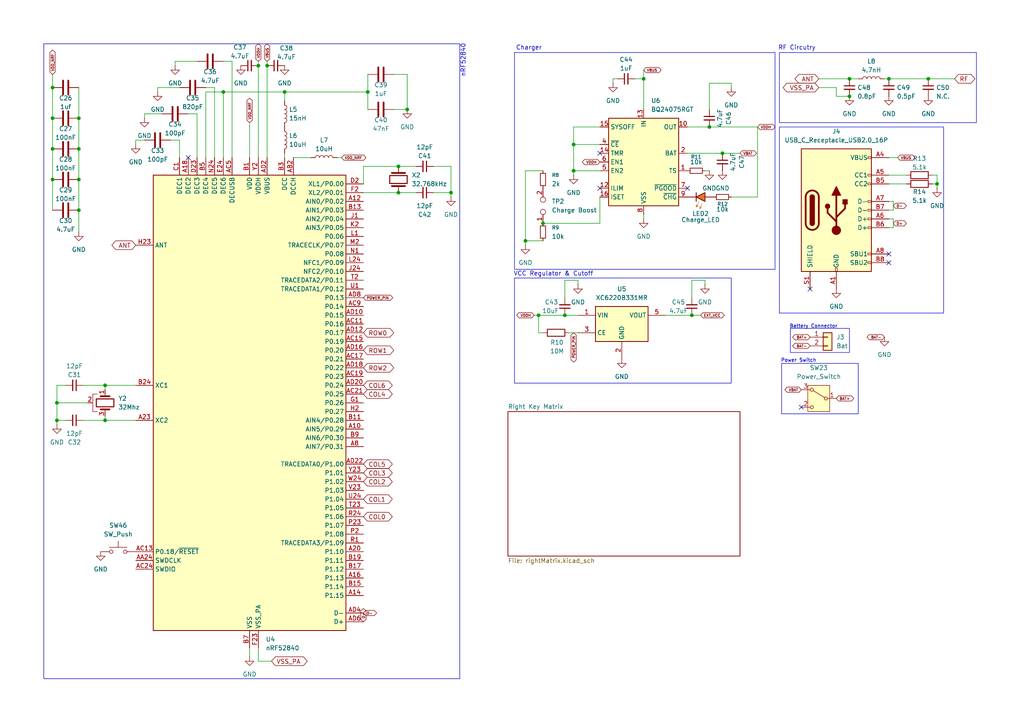
<source format=kicad_sch>
(kicad_sch (version 20250114) (generator "eeschema") (generator_version "9.0")
  (paper "A4")
  (lib_symbols
    (symbol "Battery_Management:BQ24075RGT"
      (property "Reference" "U" (at -8.89 13.97 0))
      (property "Value" "BQ24075RGT" (at 16.51 13.97 0))
      (symbol "BQ24075RGT_1_1"
        (pin input line (at -12.7 10.16 0) (length 2.54) (name "SYSOFF") (number "15"))
        (pin input line (at -12.7 5.08 0) (length 2.54) (name "~{CE}") (number "4"))
        (pin input line (at -12.7 2.54 0) (length 2.54) (name "TMR") (number "14"))
        (pin input line (at -12.7 0 0) (length 2.54) (name "EN1") (number "6"))
        (pin input line (at -12.7 -2.54 0) (length 2.54) (name "EN2") (number "5"))
        (pin passive line (at -12.7 -7.62 0) (length 2.54) (name "ILIM") (number "12"))
        (pin passive line (at -12.7 -10.16 0) (length 2.54) (name "ISET") (number "16"))
        (pin power_in line (at 0 15.24 270) (length 2.54) (name "IN") (number "13"))
        (pin passive line (at 0 -15.24 90) (length 2.54) (hide yes) (name "VSS") (number "17"))
        (pin power_in line (at 0 -15.24 90) (length 2.54) (name "VSS") (number "8"))
        (pin power_out line (at 12.7 10.16 180) (length 2.54) (name "OUT") (number "10"))
        (pin passive line (at 12.7 10.16 180) (length 2.54) (hide yes) (name "OUT") (number "11"))
        (pin power_out line (at 12.7 2.54 180) (length 2.54) (name "BAT") (number "2"))
        (pin passive line (at 12.7 2.54 180) (length 2.54) (hide yes) (name "BAT") (number "3"))
        (pin passive line (at 12.7 -2.54 180) (length 2.54) (name "TS") (number "1"))
        (pin open_collector line (at 12.7 -7.62 180) (length 2.54) (name "~{PGOOD}") (number "7"))
        (pin open_collector line (at 12.7 -10.16 180) (length 2.54) (name "~{CHG}") (number "9"))
      )
    )
    (symbol "Connector:TestPoint_2Pole" (pin_names (offset 0.762) (hide yes))
      (property "Reference" "TP" (at 0 1.524 0))
      (property "Value" "TestPoint_2Pole" (at 0 -1.778 0))
      (symbol "TestPoint_2Pole_0_1"
        (pin passive line (at -5.08 0 0) (length 2.54) (name "1") (number "1"))
        (pin passive line (at 5.08 0 180) (length 2.54) (name "2") (number "2"))
      )
    )
    (symbol "Connector:USB_C_Receptacle_USB2.0_16P" (pin_names (offset 1.016))
      (property "Reference" "J" (at 0 22.225 0))
      (property "Value" "USB_C_Receptacle_USB2.0_16P" (at 0 19.685 0))
      (symbol "USB_C_Receptacle_USB2.0_16P_1_1"
        (pin passive line (at -7.62 -22.86 90) (length 5.08) (name "SHIELD") (number "S1"))
        (pin passive line (at 0 -22.86 90) (length 5.08) (name "GND") (number "A1"))
        (pin passive line (at 0 -22.86 90) (length 5.08) (hide yes) (name "GND") (number "A12"))
        (pin passive line (at 0 -22.86 90) (length 5.08) (hide yes) (name "GND") (number "B1"))
        (pin passive line (at 0 -22.86 90) (length 5.08) (hide yes) (name "GND") (number "B12"))
        (pin passive line (at 15.24 15.24 180) (length 5.08) (name "VBUS") (number "A4"))
        (pin passive line (at 15.24 15.24 180) (length 5.08) (hide yes) (name "VBUS") (number "A9"))
        (pin passive line (at 15.24 15.24 180) (length 5.08) (hide yes) (name "VBUS") (number "B4"))
        (pin passive line (at 15.24 15.24 180) (length 5.08) (hide yes) (name "VBUS") (number "B9"))
        (pin bidirectional line (at 15.24 10.16 180) (length 5.08) (name "CC1") (number "A5"))
        (pin bidirectional line (at 15.24 7.62 180) (length 5.08) (name "CC2") (number "B5"))
        (pin bidirectional line (at 15.24 2.54 180) (length 5.08) (name "D-") (number "A7"))
        (pin bidirectional line (at 15.24 0 180) (length 5.08) (name "D-") (number "B7"))
        (pin bidirectional line (at 15.24 -2.54 180) (length 5.08) (name "D+") (number "A6"))
        (pin bidirectional line (at 15.24 -5.08 180) (length 5.08) (name "D+") (number "B6"))
        (pin bidirectional line (at 15.24 -12.7 180) (length 5.08) (name "SBU1") (number "A8"))
        (pin bidirectional line (at 15.24 -15.24 180) (length 5.08) (name "SBU2") (number "B8"))
      )
    )
    (symbol "Connector_Generic:Conn_01x02" (pin_names (offset 1.016) (hide yes))
      (property "Reference" "J" (at 0 2.54 0))
      (property "Value" "Conn_01x02" (at 0 -5.08 0))
      (symbol "Conn_01x02_1_1"
        (pin passive line (at -5.08 0 0) (length 3.81) (name "Pin_1") (number "1"))
        (pin passive line (at -5.08 -2.54 0) (length 3.81) (name "Pin_2") (number "2"))
      )
    )
    (symbol "Device:C" (pin_numbers (hide yes)) (pin_names (offset 0.254))
      (property "Reference" "C" (at 0.635 2.54 0))
      (property "Value" "C" (at 0.635 -2.54 0))
      (symbol "C_1_1"
        (pin passive line (at 0 3.81 270) (length 2.794) (name "~") (number "1"))
        (pin passive line (at 0 -3.81 90) (length 2.794) (name "~") (number "2"))
      )
    )
    (symbol "Device:C_Small" (pin_numbers (hide yes)) (pin_names (offset 0.254) (hide yes))
      (property "Reference" "C" (at 0.254 1.778 0))
      (property "Value" "C_Small" (at 0.254 -2.032 0))
      (symbol "C_Small_1_1"
        (pin passive line (at 0 2.54 270) (length 2.032) (name "~") (number "1"))
        (pin passive line (at 0 -2.54 90) (length 2.032) (name "~") (number "2"))
      )
    )
    (symbol "Device:Crystal_GND2" (pin_names (offset 1.016) (hide yes))
      (property "Reference" "Y" (at 0 5.715 0))
      (property "Value" "Crystal_GND2" (at 0 3.81 0))
      (symbol "Crystal_GND2_1_1"
        (pin passive line (at -3.81 0 0) (length 1.27) (name "1") (number "1"))
        (pin passive line (at 0 -5.08 90) (length 1.27) (name "2") (number "2"))
        (pin passive line (at 3.81 0 180) (length 1.27) (name "3") (number "3"))
      )
    )
    (symbol "Device:L" (pin_numbers (hide yes)) (pin_names (offset 1.016) (hide yes))
      (property "Reference" "L" (at -1.27 0 90))
      (property "Value" "L" (at 1.905 0 90))
      (symbol "L_1_1"
        (pin passive line (at 0 3.81 270) (length 1.27) (name "1") (number "1"))
        (pin passive line (at 0 -3.81 90) (length 1.27) (name "2") (number "2"))
      )
    )
    (symbol "Device:R" (pin_numbers (hide yes)) (pin_names (offset 0))
      (property "Reference" "R" (at 2.032 0 90))
      (property "Value" "R" (at 0 0 90))
      (symbol "R_1_1"
        (pin passive line (at 0 3.81 270) (length 1.27) (name "~") (number "1"))
        (pin passive line (at 0 -3.81 90) (length 1.27) (name "~") (number "2"))
      )
    )
    (symbol "Device:R_Small" (pin_numbers (hide yes)) (pin_names (offset 0.254) (hide yes))
      (property "Reference" "R" (at 0 0 90))
      (property "Value" "R_Small" (at 1.778 0 90))
      (symbol "R_Small_1_1"
        (pin passive line (at 0 2.54 270) (length 0.762) (name "~") (number "1"))
        (pin passive line (at 0 -2.54 90) (length 0.762) (name "~") (number "2"))
      )
    )
    (symbol "MCU_Nordic:nRF52840"
      (property "Reference" "U" (at 0 5.08 0))
      (property "Value" "nRF52840" (at 0 2.54 0))
      (symbol "nRF52840_1_1"
        (pin passive line (at -33.02 45.72 0) (length 5.08) (name "ANT") (number "H23"))
        (pin input line (at -33.02 5.08 0) (length 5.08) (name "XC1") (number "B24"))
        (pin input line (at -33.02 -5.08 0) (length 5.08) (name "XC2") (number "A23"))
        (pin bidirectional line (at -33.02 -43.18 0) (length 5.08) (name "P0.18/~{RESET}") (number "AC13"))
        (pin input line (at -33.02 -45.72 0) (length 5.08) (name "SWDCLK") (number "AA24"))
        (pin bidirectional line (at -33.02 -48.26 0) (length 5.08) (name "SWDIO") (number "AC24"))
        (pin passive line (at -20.32 71.12 270) (length 5.08) (name "DEC1") (number "C1"))
        (pin passive line (at -17.78 71.12 270) (length 5.08) (name "DEC2") (number "A18"))
        (pin passive line (at -15.24 71.12 270) (length 5.08) (name "DEC3") (number "D23"))
        (pin passive line (at -12.7 71.12 270) (length 5.08) (name "DEC4") (number "B5"))
        (pin passive line (at -10.16 71.12 270) (length 5.08) (name "DEC5") (number "N24"))
        (pin passive line (at -7.62 71.12 270) (length 5.08) (name "DEC6") (number "E24"))
        (pin passive line (at -5.08 71.12 270) (length 5.08) (name "DECUSB") (number "AC5"))
        (pin passive line (at 0 71.12 270) (length 5.08) (hide yes) (name "VDD") (number "A22"))
        (pin passive line (at 0 71.12 270) (length 5.08) (hide yes) (name "VDD") (number "AD14"))
        (pin passive line (at 0 71.12 270) (length 5.08) (hide yes) (name "VDD") (number "AD23"))
        (pin power_in line (at 0 71.12 270) (length 5.08) (name "VDD") (number "B1"))
        (pin passive line (at 0 71.12 270) (length 5.08) (hide yes) (name "VDD") (number "W1"))
        (pin power_in line (at 0 -71.12 90) (length 5.08) (name "VSS") (number "B7"))
        (pin passive line (at 0 -71.12 90) (length 5.08) (hide yes) (name "VSS") (number "EP"))
        (pin power_in line (at 2.54 71.12 270) (length 5.08) (name "VDDH") (number "Y2"))
        (pin power_in line (at 2.54 -71.12 90) (length 5.08) (name "VSS_PA") (number "F23"))
        (pin power_in line (at 5.08 71.12 270) (length 5.08) (name "VBUS") (number "AD2"))
        (pin power_out line (at 10.16 71.12 270) (length 5.08) (name "DCC") (number "B3"))
        (pin power_out line (at 12.7 71.12 270) (length 5.08) (name "DCCH") (number "AB2"))
        (pin bidirectional line (at 33.02 63.5 180) (length 5.08) (name "XL1/P0.00") (number "D2"))
        (pin bidirectional line (at 33.02 60.96 180) (length 5.08) (name "XL2/P0.01") (number "F2"))
        (pin bidirectional line (at 33.02 58.42 180) (length 5.08) (name "AIN0/P0.02") (number "A12"))
        (pin bidirectional line (at 33.02 55.88 180) (length 5.08) (name "AIN1/P0.03") (number "B13"))
        (pin bidirectional line (at 33.02 53.34 180) (length 5.08) (name "AIN2/P0.04") (number "J1"))
        (pin bidirectional line (at 33.02 50.8 180) (length 5.08) (name "AIN3/P0.05") (number "K2"))
        (pin bidirectional line (at 33.02 48.26 180) (length 5.08) (name "P0.06") (number "L1"))
        (pin bidirectional line (at 33.02 45.72 180) (length 5.08) (name "TRACECLK/P0.07") (number "M2"))
        (pin bidirectional line (at 33.02 43.18 180) (length 5.08) (name "P0.08") (number "N1"))
        (pin bidirectional line (at 33.02 40.64 180) (length 5.08) (name "NFC1/P0.09") (number "L24"))
        (pin bidirectional line (at 33.02 38.1 180) (length 5.08) (name "NFC2/P0.10") (number "J24"))
        (pin bidirectional line (at 33.02 35.56 180) (length 5.08) (name "TRACEDATA2/P0.11") (number "T2"))
        (pin bidirectional line (at 33.02 33.02 180) (length 5.08) (name "TRACEDATA1/P0.12") (number "U1"))
        (pin bidirectional line (at 33.02 30.48 180) (length 5.08) (name "P0.13") (number "AD8"))
        (pin bidirectional line (at 33.02 27.94 180) (length 5.08) (name "P0.14") (number "AC9"))
        (pin bidirectional line (at 33.02 25.4 180) (length 5.08) (name "P0.15") (number "AD10"))
        (pin bidirectional line (at 33.02 22.86 180) (length 5.08) (name "P0.16") (number "AC11"))
        (pin bidirectional line (at 33.02 20.32 180) (length 5.08) (name "P0.17") (number "AD12"))
        (pin bidirectional line (at 33.02 17.78 180) (length 5.08) (name "P0.19") (number "AC15"))
        (pin bidirectional line (at 33.02 15.24 180) (length 5.08) (name "P0.20") (number "AD16"))
        (pin bidirectional line (at 33.02 12.7 180) (length 5.08) (name "P0.21") (number "AC17"))
        (pin bidirectional line (at 33.02 10.16 180) (length 5.08) (name "P0.22") (number "AD18"))
        (pin bidirectional line (at 33.02 7.62 180) (length 5.08) (name "P0.23") (number "AC19"))
        (pin bidirectional line (at 33.02 5.08 180) (length 5.08) (name "P0.24") (number "AD20"))
        (pin bidirectional line (at 33.02 2.54 180) (length 5.08) (name "P0.25") (number "AC21"))
        (pin bidirectional line (at 33.02 0 180) (length 5.08) (name "P0.26") (number "G1"))
        (pin bidirectional line (at 33.02 -2.54 180) (length 5.08) (name "P0.27") (number "H2"))
        (pin bidirectional line (at 33.02 -5.08 180) (length 5.08) (name "AIN4/P0.28") (number "B11"))
        (pin bidirectional line (at 33.02 -7.62 180) (length 5.08) (name "AIN5/P0.29") (number "A10"))
        (pin bidirectional line (at 33.02 -10.16 180) (length 5.08) (name "AIN6/P0.30") (number "B9"))
        (pin bidirectional line (at 33.02 -12.7 180) (length 5.08) (name "AIN7/P0.31") (number "A8"))
        (pin bidirectional line (at 33.02 -17.78 180) (length 5.08) (name "TRACEDATA0/P1.00") (number "AD22"))
        (pin bidirectional line (at 33.02 -20.32 180) (length 5.08) (name "P1.01") (number "Y23"))
        (pin bidirectional line (at 33.02 -22.86 180) (length 5.08) (name "P1.02") (number "W24"))
        (pin bidirectional line (at 33.02 -25.4 180) (length 5.08) (name "P1.03") (number "V23"))
        (pin bidirectional line (at 33.02 -27.94 180) (length 5.08) (name "P1.04") (number "U24"))
        (pin bidirectional line (at 33.02 -30.48 180) (length 5.08) (name "P1.05") (number "T23"))
        (pin bidirectional line (at 33.02 -33.02 180) (length 5.08) (name "P1.06") (number "R24"))
        (pin bidirectional line (at 33.02 -35.56 180) (length 5.08) (name "P1.07") (number "P23"))
        (pin bidirectional line (at 33.02 -38.1 180) (length 5.08) (name "P1.08") (number "P2"))
        (pin bidirectional line (at 33.02 -40.64 180) (length 5.08) (name "TRACEDATA3/P1.09") (number "R1"))
        (pin bidirectional line (at 33.02 -43.18 180) (length 5.08) (name "P1.10") (number "A20"))
        (pin bidirectional line (at 33.02 -45.72 180) (length 5.08) (name "P1.11") (number "B19"))
        (pin bidirectional line (at 33.02 -48.26 180) (length 5.08) (name "P1.12") (number "B17"))
        (pin bidirectional line (at 33.02 -50.8 180) (length 5.08) (name "P1.13") (number "A16"))
        (pin bidirectional line (at 33.02 -53.34 180) (length 5.08) (name "P1.14") (number "B15"))
        (pin bidirectional line (at 33.02 -55.88 180) (length 5.08) (name "P1.15") (number "A14"))
        (pin bidirectional line (at 33.02 -60.96 180) (length 5.08) (name "D-") (number "AD4"))
        (pin bidirectional line (at 33.02 -63.5 180) (length 5.08) (name "D+") (number "AD6"))
      )
    )
    (symbol "PCM_Crystal_AKL:Crystal_Generic" (pin_numbers (hide yes)) (pin_names (offset 1.016) (hide yes))
      (property "Reference" "X" (at 0 3.81 0))
      (property "Value" "Crystal_Generic" (at 0 -3.81 0))
      (symbol "Crystal_Generic_1_1"
        (pin passive line (at -3.81 0 0) (length 1.27) (name "1") (number "1"))
        (pin passive line (at 3.81 0 180) (length 1.27) (name "2") (number "2"))
      )
    )
    (symbol "PCM_LED_AKL:LED_1206_Orange" (pin_numbers (hide yes)) (pin_names (offset 1.016) (hide yes))
      (property "Reference" "LED" (at 0 7.62 0))
      (property "Value" "LED_1206_Orange" (at 0 5.08 0))
      (symbol "LED_1206_Orange_1_1"
        (pin passive line (at -3.81 0 0) (length 2.54) (name "A") (number "2"))
        (pin passive line (at 3.81 0 180) (length 2.54) (name "K") (number "1"))
      )
      (symbol "LED_1206_Orange_1_2"
        (pin passive line (at -2.54 -2.54 0) (length 0) (name "A") (number "2"))
        (pin passive line (at 2.54 2.54 180) (length 0) (name "K") (number "1"))
      )
    )
    (symbol "Regulator_Linear:XC6220B331MR"
      (property "Reference" "U" (at 0 8.89 0))
      (property "Value" "XC6220B331MR" (at 0 6.35 0))
      (symbol "XC6220B331MR_1_1"
        (pin power_in line (at -12.7 2.54 0) (length 5.08) (name "VIN") (number "1"))
        (pin input line (at -12.7 -2.54 0) (length 5.08) (name "CE") (number "3"))
        (pin power_in line (at 0 -10.16 90) (length 5.08) (name "GND") (number "2"))
        (pin no_connect line (at 7.62 -2.54 180) (length 5.08) (hide yes) (name "NC") (number "4"))
        (pin power_out line (at 12.7 2.54 180) (length 5.08) (name "VOUT") (number "5"))
      )
    )
    (symbol "Switch:SW_Push" (pin_numbers (hide yes)) (pin_names (offset 1.016) (hide yes))
      (property "Reference" "SW" (at 1.27 2.54 0))
      (property "Value" "SW_Push" (at 0 -1.524 0))
      (symbol "SW_Push_0_1"
        (pin passive line (at -5.08 0 0) (length 2.54) (name "1") (number "1"))
        (pin passive line (at 5.08 0 180) (length 2.54) (name "2") (number "2"))
      )
    )
    (symbol "Switch:SW_Wuerth_450301014042" (pin_names (offset 1) (hide yes))
      (property "Reference" "SW" (at 0 5.08 0))
      (property "Value" "SW_Wuerth_450301014042" (at 0 -5.08 0))
      (symbol "SW_Wuerth_450301014042_1_1"
        (pin passive line (at -5.08 0 0) (length 2.54) (name "B") (number "1"))
        (pin passive line (at 5.08 2.54 180) (length 2.54) (name "A") (number "3"))
        (pin passive line (at 5.08 -2.54 180) (length 2.54) (name "C") (number "2"))
      )
    )
    (symbol "power:GND" (power) (pin_numbers (hide yes)) (pin_names (offset 0) (hide yes))
      (property "Value" "GND" (at 0 -3.81 0))
      (symbol "GND_1_1"
        (pin power_in line (at 0 0 270) (length 0) (name "~") (number "1"))
      )
    )
  )
  (rectangle (start 226.06 36.83) (end 273.685 90.805))
  (rectangle (start 12.7 12.7) (end 133.35 196.85))
  (rectangle (start 149.225 15.24) (end 224.79 78.105))
  (rectangle (start 229.235 95.25) (end 246.38 102.235))
  (rectangle (start 226.695 105.41) (end 248.92 120.015))
  (rectangle (start 149.225 80.645) (end 212.09 111.125))
  (rectangle (start 226.06 15.24) (end 283.21 35.56))
  (text "Charger" (at 153.416 13.97 0) (effects (font (size 1.27 1.27))))
  (text "Battery Connector" (at 235.966 94.742 0) (effects (font (size 1.016 1.016))))
  (text "VCC Regulator & Cutoff" (at 160.528 79.502 0) (effects (font (size 1.27 1.27))))
  (text "Power Switch" (at 231.648 104.648 0) (effects (font (size 1.016 1.016))))
  (text "nRF52840" (at 134.366 17.526 90) (effects (font (size 1.27 1.27))))
  (text "RF Circutry" (at 231.14 13.97 0) (effects (font (size 1.27 1.27))))
  (junction (at 269.24 22.86))
  (junction (at 22.86 60.96))
  (junction (at 205.74 36.83))
  (junction (at 166.37 49.53))
  (junction (at 15.24 25.4))
  (junction (at 64.77 26.67))
  (junction (at 115.57 48.26))
  (junction (at 115.57 55.88))
  (junction (at 16.51 121.92))
  (junction (at 209.55 44.45))
  (junction (at 156.21 91.44))
  (junction (at 16.51 116.84))
  (junction (at 15.24 43.18))
  (junction (at 22.86 52.07))
  (junction (at 257.81 22.86))
  (junction (at 22.86 34.29))
  (junction (at 30.48 111.76))
  (junction (at 106.68 26.67))
  (junction (at 271.78 53.34))
  (junction (at 246.38 27.94))
  (junction (at 15.24 52.07))
  (junction (at 74.93 19.05))
  (junction (at 186.69 22.86))
  (junction (at 166.37 41.91))
  (junction (at 82.55 26.67))
  (junction (at 157.48 64.77))
  (junction (at 163.83 91.44))
  (junction (at 30.48 121.92))
  (junction (at 152.4 69.85))
  (junction (at 246.38 22.86))
  (junction (at 130.81 55.88))
  (junction (at 22.86 43.18))
  (junction (at 200.66 91.44))
  (junction (at 77.47 19.05))
  (junction (at 15.24 34.29))
  (junction (at 118.11 31.75))
  (no_connect (at 234.95 83.82))
  (no_connect (at 54.61 45.72))
  (no_connect (at 199.39 54.61))
  (no_connect (at 173.99 54.61))
  (no_connect (at 173.99 44.45))
  (no_connect (at 257.81 73.66))
  (no_connect (at 257.81 76.2))
  (no_connect (at 232.41 118.11))
  (wire (pts (xy 130.81 55.88) (xy 125.73 55.88)))
  (wire (pts (xy 59.69 45.72) (xy 59.69 26.67)))
  (wire (pts (xy 200.66 86.36) (xy 200.66 81.28)))
  (wire (pts (xy 115.57 48.26) (xy 120.65 48.26)))
  (wire (pts (xy 74.93 191.77) (xy 78.74 191.77)))
  (wire (pts (xy 186.69 22.86) (xy 186.69 31.75)))
  (wire (pts (xy 67.31 45.72) (xy 67.31 17.78)))
  (wire (pts (xy 257.81 58.42) (xy 259.08 58.42)))
  (wire (pts (xy 15.24 52.07) (xy 15.24 60.96)))
  (wire (pts (xy 177.8 22.86) (xy 177.8 24.13)))
  (wire (pts (xy 24.13 121.92) (xy 30.48 121.92)))
  (wire (pts (xy 163.83 91.44) (xy 167.64 91.44)))
  (wire (pts (xy 52.07 45.72) (xy 52.07 40.64)))
  (wire (pts (xy 41.91 40.64) (xy 39.37 40.64)))
  (wire (pts (xy 15.24 25.4) (xy 15.24 34.29)))
  (wire (pts (xy 72.39 35.56) (xy 72.39 45.72)))
  (wire (pts (xy 271.78 53.34) (xy 270.51 53.34)))
  (wire (pts (xy 259.08 63.5) (xy 259.08 66.04)))
  (wire (pts (xy 166.37 41.91) (xy 173.99 41.91)))
  (wire (pts (xy 59.69 26.67) (xy 64.77 26.67)))
  (wire (pts (xy 82.55 44.45) (xy 82.55 45.72)))
  (wire (pts (xy 163.83 81.28) (xy 167.64 81.28)))
  (wire (pts (xy 15.24 21.59) (xy 15.24 25.4)))
  (wire (pts (xy 41.91 33.02) (xy 41.91 34.29)))
  (wire (pts (xy 204.47 81.28) (xy 204.47 82.55)))
  (wire (pts (xy 16.51 116.84) (xy 25.4 116.84)))
  (wire (pts (xy 114.3 31.75) (xy 118.11 31.75)))
  (wire (pts (xy 209.55 44.45) (xy 214.63 44.45)))
  (wire (pts (xy 257.81 50.8) (xy 262.89 50.8)))
  (wire (pts (xy 242.57 27.94) (xy 246.38 27.94)))
  (wire (pts (xy 152.4 69.85) (xy 152.4 71.12)))
  (wire (pts (xy 22.86 43.18) (xy 22.86 52.07)))
  (wire (pts (xy 74.93 187.96) (xy 74.93 191.77)))
  (wire (pts (xy 118.11 21.59) (xy 118.11 31.75)))
  (wire (pts (xy 257.81 22.86) (xy 269.24 22.86)))
  (wire (pts (xy 212.09 57.15) (xy 219.71 57.15)))
  (wire (pts (xy 152.4 49.53) (xy 157.48 49.53)))
  (wire (pts (xy 199.39 36.83) (xy 205.74 36.83)))
  (wire (pts (xy 15.24 34.29) (xy 15.24 43.18)))
  (wire (pts (xy 205.74 31.75) (xy 205.74 24.13)))
  (wire (pts (xy 19.05 121.92) (xy 16.51 121.92)))
  (wire (pts (xy 212.09 24.13) (xy 212.09 25.4)))
  (wire (pts (xy 200.66 81.28) (xy 204.47 81.28)))
  (wire (pts (xy 52.07 40.64) (xy 49.53 40.64)))
  (wire (pts (xy 46.99 33.02) (xy 41.91 33.02)))
  (wire (pts (xy 22.86 34.29) (xy 22.86 43.18)))
  (wire (pts (xy 105.41 55.88) (xy 115.57 55.88)))
  (wire (pts (xy 16.51 121.92) (xy 16.51 116.84)))
  (wire (pts (xy 64.77 17.78) (xy 67.31 17.78)))
  (wire (pts (xy 30.48 111.76) (xy 30.48 113.03)))
  (wire (pts (xy 204.47 49.53) (xy 205.74 49.53)))
  (wire (pts (xy 173.99 36.83) (xy 166.37 36.83)))
  (wire (pts (xy 30.48 121.92) (xy 39.37 121.92)))
  (wire (pts (xy 130.81 48.26) (xy 130.81 55.88)))
  (wire (pts (xy 173.99 64.77) (xy 157.48 64.77)))
  (wire (pts (xy 54.61 33.02) (xy 57.15 33.02)))
  (wire (pts (xy 166.37 41.91) (xy 166.37 49.53)))
  (wire (pts (xy 105.41 53.34) (xy 105.41 48.26)))
  (wire (pts (xy 64.77 26.67) (xy 64.77 45.72)))
  (wire (pts (xy 30.48 121.92) (xy 30.48 120.65)))
  (wire (pts (xy 72.39 187.96) (xy 72.39 190.5)))
  (wire (pts (xy 115.57 55.88) (xy 120.65 55.88)))
  (wire (pts (xy 22.86 60.96) (xy 22.86 67.31)))
  (wire (pts (xy 186.69 62.23) (xy 186.69 63.5)))
  (wire (pts (xy 82.55 26.67) (xy 106.68 26.67)))
  (wire (pts (xy 64.77 26.67) (xy 82.55 26.67)))
  (wire (pts (xy 257.81 45.72) (xy 260.35 45.72)))
  (wire (pts (xy 106.68 26.67) (xy 106.68 31.75)))
  (wire (pts (xy 200.66 91.44) (xy 203.2 91.44)))
  (wire (pts (xy 270.51 50.8) (xy 271.78 50.8)))
  (wire (pts (xy 130.81 55.88) (xy 130.81 57.15)))
  (wire (pts (xy 184.15 22.86) (xy 186.69 22.86)))
  (wire (pts (xy 166.37 49.53) (xy 173.99 49.53)))
  (wire (pts (xy 52.07 25.4) (xy 45.72 25.4)))
  (wire (pts (xy 105.41 48.26) (xy 115.57 48.26)))
  (wire (pts (xy 186.69 20.32) (xy 186.69 22.86)))
  (wire (pts (xy 173.99 57.15) (xy 173.99 64.77)))
  (wire (pts (xy 256.54 22.86) (xy 257.81 22.86)))
  (wire (pts (xy 259.08 58.42) (xy 259.08 60.96)))
  (wire (pts (xy 85.09 45.72) (xy 90.17 45.72)))
  (wire (pts (xy 57.15 17.78) (xy 50.8 17.78)))
  (wire (pts (xy 269.24 22.86) (xy 276.86 22.86)))
  (wire (pts (xy 74.93 19.05) (xy 74.93 17.78)))
  (wire (pts (xy 22.86 52.07) (xy 22.86 60.96)))
  (wire (pts (xy 165.1 96.52) (xy 167.64 96.52)))
  (wire (pts (xy 157.48 96.52) (xy 156.21 96.52)))
  (wire (pts (xy 246.38 22.86) (xy 248.92 22.86)))
  (wire (pts (xy 74.93 19.05) (xy 74.93 45.72)))
  (wire (pts (xy 166.37 49.53) (xy 166.37 50.8)))
  (wire (pts (xy 193.04 91.44) (xy 200.66 91.44)))
  (wire (pts (xy 205.74 24.13) (xy 212.09 24.13)))
  (wire (pts (xy 39.37 40.64) (xy 39.37 41.91)))
  (wire (pts (xy 152.4 49.53) (xy 152.4 69.85)))
  (wire (pts (xy 62.23 25.4) (xy 59.69 25.4)))
  (wire (pts (xy 219.71 36.83) (xy 219.71 57.15)))
  (wire (pts (xy 97.79 45.72) (xy 99.06 45.72)))
  (wire (pts (xy 156.21 91.44) (xy 163.83 91.44)))
  (wire (pts (xy 179.07 22.86) (xy 177.8 22.86)))
  (wire (pts (xy 167.64 81.28) (xy 167.64 82.55)))
  (wire (pts (xy 257.81 53.34) (xy 262.89 53.34)))
  (wire (pts (xy 77.47 19.05) (xy 77.47 17.78)))
  (wire (pts (xy 24.13 111.76) (xy 30.48 111.76)))
  (wire (pts (xy 166.37 36.83) (xy 166.37 41.91)))
  (wire (pts (xy 125.73 48.26) (xy 130.81 48.26)))
  (wire (pts (xy 199.39 44.45) (xy 209.55 44.45)))
  (wire (pts (xy 259.08 66.04) (xy 257.81 66.04)))
  (wire (pts (xy 22.86 25.4) (xy 22.86 34.29)))
  (wire (pts (xy 19.05 111.76) (xy 16.51 111.76)))
  (wire (pts (xy 271.78 50.8) (xy 271.78 53.34)))
  (wire (pts (xy 205.74 36.83) (xy 219.71 36.83)))
  (wire (pts (xy 154.94 91.44) (xy 156.21 91.44)))
  (wire (pts (xy 163.83 86.36) (xy 163.83 81.28)))
  (wire (pts (xy 271.78 53.34) (xy 271.78 54.61)))
  (wire (pts (xy 157.48 69.85) (xy 152.4 69.85)))
  (wire (pts (xy 77.47 19.05) (xy 77.47 45.72)))
  (wire (pts (xy 30.48 111.76) (xy 39.37 111.76)))
  (wire (pts (xy 16.51 116.84) (xy 16.51 111.76)))
  (wire (pts (xy 45.72 25.4) (xy 45.72 26.67)))
  (wire (pts (xy 16.51 121.92) (xy 16.51 123.19)))
  (wire (pts (xy 15.24 43.18) (xy 15.24 52.07)))
  (wire (pts (xy 259.08 60.96) (xy 257.81 60.96)))
  (wire (pts (xy 82.55 26.67) (xy 82.55 29.21)))
  (wire (pts (xy 106.68 21.59) (xy 106.68 26.67)))
  (wire (pts (xy 57.15 45.72) (xy 57.15 33.02)))
  (wire (pts (xy 257.81 63.5) (xy 259.08 63.5)))
  (wire (pts (xy 62.23 45.72) (xy 62.23 25.4)))
  (wire (pts (xy 50.8 17.78) (xy 50.8 19.05)))
  (wire (pts (xy 242.57 25.4) (xy 242.57 27.94)))
  (wire (pts (xy 156.21 96.52) (xy 156.21 91.44)))
  (wire (pts (xy 237.49 25.4) (xy 242.57 25.4)))
  (wire (pts (xy 114.3 21.59) (xy 118.11 21.59)))
  (wire (pts (xy 237.49 22.86) (xy 246.38 22.86)))
  (global_label "COL0" (shape bidirectional) (at 105.41 149.86 0) (property "Intersheetrefs" "${INTERSHEET_REFS}" (effects (hide yes))))
  (global_label "VSS_PA" (shape bidirectional) (at 237.49 25.4 180) (property "Intersheetrefs" "${INTERSHEET_REFS}" (effects (hide yes))))
  (global_label "VDDH" (shape bidirectional) (at 74.93 17.78 90) (effects (font (size 0.762 0.762))) (property "Intersheetrefs" "${INTERSHEET_REFS}" (effects (hide yes))))
  (global_label "COL6" (shape bidirectional) (at 105.41 111.76 0) (property "Intersheetrefs" "${INTERSHEET_REFS}" (effects (hide yes))))
  (global_label "POWER_PIN" (shape bidirectional) (at 166.37 96.52 270) (effects (font (size 0.762 0.762))) (property "Intersheetrefs" "${INTERSHEET_REFS}" (effects (hide yes))))
  (global_label "COL2" (shape bidirectional) (at 105.41 139.7 0) (property "Intersheetrefs" "${INTERSHEET_REFS}" (effects (hide yes))))
  (global_label "COL1" (shape bidirectional) (at 105.41 144.78 0) (property "Intersheetrefs" "${INTERSHEET_REFS}" (effects (hide yes))))
  (global_label "VDDH" (shape bidirectional) (at 154.94 91.44 180) (effects (font (size 0.762 0.762))) (property "Intersheetrefs" "${INTERSHEET_REFS}" (effects (hide yes))))
  (global_label "D+" (shape bidirectional) (at 105.41 180.34 90) (effects (font (size 0.762 0.762))) (property "Intersheetrefs" "${INTERSHEET_REFS}" (effects (hide yes))))
  (global_label "VBUS" (shape bidirectional) (at 260.35 45.72 0) (effects (font (size 0.762 0.762))) (property "Intersheetrefs" "${INTERSHEET_REFS}" (effects (hide yes))))
  (global_label "EXT_VCC" (shape bidirectional) (at 203.2 91.44 0) (effects (font (size 0.762 0.762))) (property "Intersheetrefs" "${INTERSHEET_REFS}" (effects (hide yes))))
  (global_label "VSS_PA" (shape bidirectional) (at 78.74 191.77 0) (property "Intersheetrefs" "${INTERSHEET_REFS}" (effects (hide yes))))
  (global_label "D+" (shape bidirectional) (at 259.08 64.77 0) (effects (font (size 0.762 0.762))) (property "Intersheetrefs" "${INTERSHEET_REFS}" (effects (hide yes))))
  (global_label "BAT-" (shape bidirectional) (at 234.95 100.33 180) (effects (font (size 0.762 0.762))) (property "Intersheetrefs" "${INTERSHEET_REFS}" (effects (hide yes))))
  (global_label "COL5" (shape bidirectional) (at 105.41 134.62 0) (property "Intersheetrefs" "${INTERSHEET_REFS}" (effects (hide yes))))
  (global_label "VBAT" (shape bidirectional) (at 214.63 44.45 0) (effects (font (size 0.762 0.762))) (property "Intersheetrefs" "${INTERSHEET_REFS}" (effects (hide yes))))
  (global_label "VDD_NRF" (shape bidirectional) (at 99.06 45.72 0) (effects (font (size 0.762 0.762))) (property "Intersheetrefs" "${INTERSHEET_REFS}" (effects (hide yes))))
  (global_label "BAT+" (shape bidirectional) (at 242.57 115.57 0) (effects (font (size 0.762 0.762))) (property "Intersheetrefs" "${INTERSHEET_REFS}" (effects (hide yes))))
  (global_label "ANT" (shape bidirectional) (at 237.49 22.86 180) (property "Intersheetrefs" "${INTERSHEET_REFS}" (effects (hide yes))))
  (global_label "BAT-" (shape bidirectional) (at 256.54 97.79 180) (effects (font (size 0.762 0.762))) (property "Intersheetrefs" "${INTERSHEET_REFS}" (effects (hide yes))))
  (global_label "ANT" (shape bidirectional) (at 39.37 71.12 180) (property "Intersheetrefs" "${INTERSHEET_REFS}" (effects (hide yes))))
  (global_label "D-" (shape bidirectional) (at 259.08 59.69 0) (effects (font (size 0.762 0.762))) (property "Intersheetrefs" "${INTERSHEET_REFS}" (effects (hide yes))))
  (global_label "RF" (shape bidirectional) (at 276.86 22.86 0) (property "Intersheetrefs" "${INTERSHEET_REFS}" (effects (hide yes))))
  (global_label "BAT+" (shape bidirectional) (at 234.95 97.79 180) (effects (font (size 0.762 0.762))) (property "Intersheetrefs" "${INTERSHEET_REFS}" (effects (hide yes))))
  (global_label "VBAT" (shape bidirectional) (at 232.41 113.03 180) (effects (font (size 0.762 0.762))) (property "Intersheetrefs" "${INTERSHEET_REFS}" (effects (hide yes))))
  (global_label "COL4" (shape bidirectional) (at 105.41 114.3 0) (property "Intersheetrefs" "${INTERSHEET_REFS}" (effects (hide yes))))
  (global_label "VBUS" (shape bidirectional) (at 77.47 17.78 90) (effects (font (size 0.762 0.762))) (property "Intersheetrefs" "${INTERSHEET_REFS}" (effects (hide yes))))
  (global_label "POWER_PIN" (shape bidirectional) (at 105.41 86.36 0) (effects (font (size 0.762 0.762))) (property "Intersheetrefs" "${INTERSHEET_REFS}" (effects (hide yes))))
  (global_label "VDDH" (shape bidirectional) (at 219.71 36.83 0) (effects (font (size 0.762 0.762))) (property "Intersheetrefs" "${INTERSHEET_REFS}" (effects (hide yes))))
  (global_label "D-" (shape bidirectional) (at 105.41 177.8 0) (effects (font (size 0.762 0.762))) (property "Intersheetrefs" "${INTERSHEET_REFS}" (effects (hide yes))))
  (global_label "VBUS" (shape bidirectional) (at 186.69 20.32 0) (effects (font (size 0.762 0.762))) (property "Intersheetrefs" "${INTERSHEET_REFS}" (effects (hide yes))))
  (global_label "ROW2" (shape bidirectional) (at 105.41 106.68 0) (property "Intersheetrefs" "${INTERSHEET_REFS}" (effects (hide yes))))
  (global_label "VDDH" (shape bidirectional) (at 173.99 46.99 180) (effects (font (size 0.762 0.762))) (property "Intersheetrefs" "${INTERSHEET_REFS}" (effects (hide yes))))
  (global_label "ROW0" (shape bidirectional) (at 105.41 96.52 0) (property "Intersheetrefs" "${INTERSHEET_REFS}" (effects (hide yes))))
  (global_label "ROW1" (shape bidirectional) (at 105.41 101.6 0) (property "Intersheetrefs" "${INTERSHEET_REFS}" (effects (hide yes))))
  (global_label "VDD_NRF" (shape bidirectional) (at 15.24 21.59 90) (effects (font (size 0.762 0.762))) (property "Intersheetrefs" "${INTERSHEET_REFS}" (effects (hide yes))))
  (global_label "COL3" (shape bidirectional) (at 105.41 137.16 0) (property "Intersheetrefs" "${INTERSHEET_REFS}" (effects (hide yes))))
  (global_label "VDD_NRF" (shape bidirectional) (at 72.39 35.56 90) (effects (font (size 0.762 0.762))) (property "Intersheetrefs" "${INTERSHEET_REFS}" (effects (hide yes))))
  (symbol (lib_id "Device:R") (at 161.29 96.52 90) (unit 1)
    (property "Reference" "R10" (at 161.544 99.314 90))
    (property "Value" "10M" (at 161.544 101.854 90))
    (property "Footprint" "Resistor_SMD:R_0603_1608Metric_Pad0.98x0.95mm_HandSolder" (effects (hide yes)))
    (property "Description" "Resistor" (effects (hide yes)))
  )
  (symbol (lib_id "power:GND") (at 22.86 67.31 0) (unit 1)
    (property "Reference" "#PWR027" (effects (hide yes)))
    (property "Value" "GND" (at 22.86 72.39 0))
    (property "Description" "Power symbol creates a global label with name \"GND\" , ground" (effects (hide yes)))
  )
  (symbol (lib_id "Device:L") (at 82.55 40.64 0) (unit 1)
    (property "Reference" "L6" (at 83.82 39.3699 0) (effects (justify left)))
    (property "Value" "10uH" (at 83.82 41.9099 0) (effects (justify left)))
    (property "Footprint" "Inductor_SMD:L_0603_1608Metric" (effects (hide yes)))
    (property "Description" "Inductor" (effects (hide yes)))
  )
  (symbol (lib_id "Device:R_Small") (at 201.93 49.53 90) (unit 1)
    (property "Reference" "R11" (at 201.93 45.466 90) (effects (font (size 1.016 1.016))))
    (property "Value" "10k" (at 201.93 46.99 90))
    (property "Footprint" "Resistor_SMD:R_0603_1608Metric_Pad0.98x0.95mm_HandSolder" (effects (hide yes)))
    (property "Description" "Resistor, small symbol" (effects (hide yes)))
  )
  (symbol (lib_id "power:GND") (at 205.74 49.53 0) (unit 1)
    (property "Reference" "#PWR044" (effects (hide yes)))
    (property "Value" "GND" (at 205.74 54.61 0))
    (property "Description" "Power symbol creates a global label with name \"GND\" , ground" (effects (hide yes)))
  )
  (symbol (lib_id "Device:C_Small") (at 209.55 46.99 0) (unit 1)
    (property "Reference" "C47" (at 215.138 46.99 90))
    (property "Value" "4.7uF" (at 212.598 46.99 90))
    (property "Footprint" "Capacitor_SMD:C_0603_1608Metric_Pad1.08x0.95mm_HandSolder" (effects (hide yes)))
    (property "Description" "Unpolarized capacitor, small symbol" (effects (hide yes)))
  )
  (symbol (lib_id "Device:C_Small") (at 269.24 25.4 0) (unit 1)
    (property "Reference" "C50" (at 271.526 25.4 0) (effects (justify left)))
    (property "Value" "N.C." (at 271.526 27.94 0) (effects (justify left)))
    (property "Footprint" "Capacitor_SMD:C_0603_1608Metric_Pad1.08x0.95mm_HandSolder" (effects (hide yes)))
    (property "Description" "Unpolarized capacitor, small symbol" (effects (hide yes)))
  )
  (symbol (lib_id "power:GND") (at 39.37 41.91 0) (unit 1)
    (property "Reference" "#PWR028" (effects (hide yes)))
    (property "Value" "GND" (at 39.37 46.99 0))
    (property "Description" "Power symbol creates a global label with name \"GND\" , ground" (effects (hide yes)))
  )
  (symbol (lib_id "power:GND") (at 130.81 57.15 0) (unit 1)
    (property "Reference" "#PWR036" (effects (hide yes)))
    (property "Value" "GND" (at 130.81 62.23 0))
    (property "Description" "Power symbol creates a global label with name \"GND\" , ground" (effects (hide yes)))
  )
  (symbol (lib_id "Device:R_Small") (at 157.48 67.31 0) (unit 1)
    (property "Reference" "R9" (at 160.02 66.0399 0) (effects (font (size 1.016 1.016)) (justify left)))
    (property "Value" "10k" (at 160.02 68.5799 0) (effects (justify left)))
    (property "Footprint" "Resistor_SMD:R_0603_1608Metric_Pad0.98x0.95mm_HandSolder" (effects (hide yes)))
    (property "Description" "Resistor, small symbol" (effects (hide yes)))
  )
  (symbol (lib_id "Switch:SW_Wuerth_450301014042") (at 237.49 115.57 0) (mirror y) (unit 1)
    (property "Reference" "SW23" (at 237.49 106.68 0))
    (property "Value" "Power_Switch" (at 237.49 109.22 0))
    (property "Footprint" "Button_Switch_THT:SW_E-Switch_EG1224_SPDT_Angled" (effects (hide yes)))
    (property "Datasheet" "https://www.we-online.com/components/products/datasheet/450301014042.pdf" (effects (hide yes)))
    (property "Description" "Switch slide, single pole double throw" (effects (hide yes)))
  )
  (symbol (lib_id "Device:C_Small") (at 123.19 55.88 270) (unit 1)
    (property "Reference" "C42" (at 123.1837 62.23 90))
    (property "Value" "12pF" (at 123.1837 59.69 90))
    (property "Footprint" "Capacitor_SMD:C_0603_1608Metric_Pad1.08x0.95mm_HandSolder" (effects (hide yes)))
    (property "Description" "Unpolarized capacitor, small symbol" (effects (hide yes)))
  )
  (symbol (lib_id "power:GND") (at 166.37 50.8 0) (unit 1)
    (property "Reference" "#PWR038" (effects (hide yes)))
    (property "Value" "GND" (at 166.37 55.88 0))
    (property "Description" "Power symbol creates a global label with name \"GND\" , ground" (effects (hide yes)))
  )
  (symbol (lib_id "PCM_Crystal_AKL:Crystal_Generic") (at 115.57 52.07 90) (unit 1)
    (property "Reference" "X2" (at 119.38 50.7999 90) (effects (justify right)))
    (property "Value" "32.768kHz" (at 119.38 53.3399 90) (effects (justify right)))
    (property "Footprint" "Crystal:Crystal_SMD_2012-2Pin_2.0x1.2mm" (effects (hide yes)))
    (property "Description" "Quartz crystal, Generic symbol, Alternate KiCad Library" (effects (hide yes)))
  )
  (symbol (lib_id "Device:C_Small") (at 200.66 88.9 180) (unit 1)
    (property "Reference" "C45" (at 194.818 87.63 0) (effects (justify right)))
    (property "Value" "4.7uF" (at 194.056 90.17 0) (effects (justify right)))
    (property "Footprint" "Capacitor_SMD:C_0603_1608Metric_Pad1.08x0.95mm_HandSolder" (effects (hide yes)))
    (property "Description" "Unpolarized capacitor, small symbol" (effects (hide yes)))
  )
  (symbol (lib_id "power:GND") (at 118.11 31.75 0) (unit 1)
    (property "Reference" "#PWR035" (effects (hide yes)))
    (property "Value" "GND" (at 118.11 36.83 0))
    (property "Description" "Power symbol creates a global label with name \"GND\" , ground" (effects (hide yes)))
  )
  (symbol (lib_id "Device:C_Small") (at 205.74 34.29 0) (unit 1)
    (property "Reference" "C46" (at 211.328 34.29 90))
    (property "Value" "4.7uF" (at 208.788 34.29 90))
    (property "Footprint" "Capacitor_SMD:C_0603_1608Metric_Pad1.08x0.95mm_HandSolder" (effects (hide yes)))
    (property "Description" "Unpolarized capacitor, small symbol" (effects (hide yes)))
  )
  (symbol (lib_id "Device:C") (at 19.05 34.29 90) (unit 1)
    (property "Reference" "C27" (at 19.05 37.338 90))
    (property "Value" "100nF" (at 19.05 39.878 90))
    (property "Footprint" "Capacitor_SMD:C_0603_1608Metric_Pad1.08x0.95mm_HandSolder" (effects (hide yes)))
    (property "Description" "Unpolarized capacitor" (effects (hide yes)))
  )
  (symbol (lib_id "Device:C") (at 55.88 25.4 90) (unit 1)
    (property "Reference" "C35" (at 55.88 28.448 90))
    (property "Value" "820pF" (at 55.88 30.988 90))
    (property "Footprint" "Capacitor_SMD:C_0603_1608Metric_Pad1.08x0.95mm_HandSolder" (effects (hide yes)))
    (property "Description" "Unpolarized capacitor" (effects (hide yes)))
  )
  (symbol (lib_id "Connector_Generic:Conn_01x02") (at 240.03 97.79 0) (unit 1)
    (property "Reference" "J3" (at 242.57 97.7899 0) (effects (justify left)))
    (property "Value" "Bat" (at 242.57 100.3299 0) (effects (justify left)))
    (property "Footprint" "Connector_JST:JST_PH_S2B-PH-K_1x02_P2.00mm_Horizontal" (effects (hide yes)))
    (property "Description" "Generic connector, single row, 01x02, script generated (kicad-library-utils/schlib/autogen/connector/)" (effects (hide yes)))
  )
  (symbol (lib_id "Device:C_Small") (at 80.01 19.05 90) (unit 1)
    (property "Reference" "C38" (at 83.058 13.97 90))
    (property "Value" "4.7uF" (at 83.058 16.51 90))
    (property "Footprint" "Capacitor_SMD:C_0603_1608Metric_Pad1.08x0.95mm_HandSolder" (effects (hide yes)))
    (property "Description" "Unpolarized capacitor, small symbol" (effects (hide yes)))
  )
  (symbol (lib_id "power:GND") (at 69.85 19.05 0) (unit 1)
    (property "Reference" "#PWR032" (effects (hide yes)))
    (property "Value" "GND" (at 69.85 24.13 0))
    (property "Description" "Power symbol creates a global label with name \"GND\" , ground" (effects (hide yes)))
  )
  (symbol (lib_id "power:GND") (at 50.8 19.05 0) (unit 1)
    (property "Reference" "#PWR031" (effects (hide yes)))
    (property "Value" "GND" (at 50.8 24.13 0))
    (property "Description" "Power symbol creates a global label with name \"GND\" , ground" (effects (hide yes)))
  )
  (symbol (lib_id "power:GND") (at 242.57 83.82 0) (unit 1)
    (property "Reference" "#PWR046" (effects (hide yes)))
    (property "Value" "GND" (at 242.57 88.9 0))
    (property "Description" "Power symbol creates a global label with name \"GND\" , ground" (effects (hide yes)))
  )
  (symbol (lib_id "power:GND") (at 72.39 190.5 0) (unit 1)
    (property "Reference" "#PWR033" (effects (hide yes)))
    (property "Value" "GND" (at 72.39 195.58 0))
    (property "Description" "Power symbol creates a global label with name \"GND\" , ground" (effects (hide yes)))
  )
  (symbol (lib_id "Connector:USB_C_Receptacle_USB2.0_16P") (at 242.57 60.96 0) (unit 1)
    (property "Reference" "J4" (at 242.57 38.1 0))
    (property "Value" "USB_C_Receptacle_USB2.0_16P" (at 242.57 40.64 0))
    (property "Footprint" "Connector_USB:USB_C_Receptacle_GCT_USB4085" (effects (hide yes)))
    (property "Datasheet" "https://www.usb.org/sites/default/files/documents/usb_type-c.zip" (effects (hide yes)))
    (property "Description" "USB 2.0-only 16P Type-C Receptacle connector" (effects (hide yes)))
  )
  (symbol (lib_id "MCU_Nordic:nRF52840") (at 72.39 116.84 0) (unit 1)
    (property "Reference" "U4" (at 77.0733 185.42 0) (effects (justify left)))
    (property "Value" "nRF52840" (at 77.0733 187.96 0) (effects (justify left)))
    (property "Footprint" "Package_DFN_QFN:Nordic_AQFN-73-1EP_7x7mm_P0.5mm" (effects (hide yes)))
    (property "Datasheet" "http://infocenter.nordicsemi.com/topic/com.nordic.infocenter.nrf52/dita/nrf52/chips/nrf52840.html" (effects (hide yes)))
    (property "Description" "Multiprotocol BLE/ANT/2.4 GHz/802.15.4 Cortex-M4F SoC, AQFN-73" (effects (hide yes)))
  )
  (symbol (lib_id "power:GND") (at 29.21 160.02 0) (unit 1)
    (property "Reference" "#PWR056" (effects (hide yes)))
    (property "Value" "GND" (at 29.21 165.1 0))
    (property "Description" "Power symbol creates a global label with name \"GND\" , ground" (effects (hide yes)))
  )
  (symbol (lib_id "Device:C") (at 19.05 52.07 90) (unit 1)
    (property "Reference" "C29" (at 19.05 55.118 90))
    (property "Value" "100nF" (at 19.05 57.658 90))
    (property "Footprint" "Capacitor_SMD:C_0603_1608Metric_Pad1.08x0.95mm_HandSolder" (effects (hide yes)))
    (property "Description" "Unpolarized capacitor" (effects (hide yes)))
  )
  (symbol (lib_id "Battery_Management:BQ24075RGT") (at 186.69 46.99 0) (unit 1)
    (property "Reference" "U6" (at 188.8333 29.21 0) (effects (justify left)))
    (property "Value" "BQ24075RGT" (at 188.8333 31.75 0) (effects (justify left)))
    (property "Footprint" "Package_DFN_QFN:VQFN-16-1EP_3x3mm_P0.5mm_EP1.6x1.6mm" (effects (hide yes)))
    (property "Datasheet" "http://www.ti.com/lit/ds/symlink/bq24075.pdf" (effects (hide yes)))
    (property "Description" "USB-Friendly Li-Ion Battery Charger and Power-Path Management, VQFN-16" (effects (hide yes)))
  )
  (symbol (lib_id "Device:C_Small") (at 246.38 25.4 0) (unit 1)
    (property "Reference" "C48" (at 248.666 25.4 0) (effects (justify left)))
    (property "Value" "0.8pF" (at 248.666 27.94 0) (effects (justify left)))
    (property "Footprint" "Capacitor_SMD:C_0603_1608Metric_Pad1.08x0.95mm_HandSolder" (effects (hide yes)))
    (property "Description" "Unpolarized capacitor, small symbol" (effects (hide yes)))
  )
  (symbol (lib_id "Device:C_Small") (at 21.59 121.92 270) (unit 1)
    (property "Reference" "C32" (at 21.5837 128.27 90))
    (property "Value" "12pF" (at 21.5837 125.73 90))
    (property "Footprint" "Capacitor_SMD:C_0603_1608Metric_Pad1.08x0.95mm_HandSolder" (effects (hide yes)))
    (property "Description" "Unpolarized capacitor, small symbol" (effects (hide yes)))
  )
  (symbol (lib_id "power:GND") (at 41.91 34.29 0) (unit 1)
    (property "Reference" "#PWR029" (effects (hide yes)))
    (property "Value" "GND" (at 41.91 39.37 0))
    (property "Description" "Power symbol creates a global label with name \"GND\" , ground" (effects (hide yes)))
  )
  (symbol (lib_id "power:GND") (at 16.51 123.19 0) (unit 1)
    (property "Reference" "#PWR026" (effects (hide yes)))
    (property "Value" "GND" (at 16.51 128.27 0))
    (property "Description" "Power symbol creates a global label with name \"GND\" , ground" (effects (hide yes)))
  )
  (symbol (lib_id "Switch:SW_Push") (at 34.29 160.02 0) (unit 1)
    (property "Reference" "SW46" (at 34.29 152.4 0))
    (property "Value" "SW_Push" (at 34.29 154.94 0))
    (property "Footprint" "Button_Switch_SMD:SW_Push_1P1T_NO_CK_KMR2" (effects (hide yes)))
    (property "Description" "Push button switch, generic, two pins" (effects (hide yes)))
  )
  (symbol (lib_id "power:GND") (at 186.69 63.5 0) (unit 1)
    (property "Reference" "#PWR042" (effects (hide yes)))
    (property "Value" "GND" (at 186.69 68.58 0))
    (property "Description" "Power symbol creates a global label with name \"GND\" , ground" (effects (hide yes)))
  )
  (symbol (lib_id "power:GND") (at 180.34 104.14 0) (unit 1)
    (property "Reference" "#PWR041" (effects (hide yes)))
    (property "Value" "GND" (at 180.34 109.22 0))
    (property "Description" "Power symbol creates a global label with name \"GND\" , ground" (effects (hide yes)))
  )
  (symbol (lib_id "power:GND") (at 152.4 71.12 0) (unit 1)
    (property "Reference" "#PWR037" (effects (hide yes)))
    (property "Value" "GND" (at 152.4 76.2 0))
    (property "Description" "Power symbol creates a global label with name \"GND\" , ground" (effects (hide yes)))
  )
  (symbol (lib_id "power:GND") (at 257.81 27.94 0) (unit 1)
    (property "Reference" "#PWR048" (effects (hide yes)))
    (property "Value" "GND" (at 257.81 33.02 0))
    (property "Description" "Power symbol creates a global label with name \"GND\" , ground" (effects (hide yes)))
  )
  (symbol (lib_id "Device:R_Small") (at 209.55 57.15 90) (unit 1)
    (property "Reference" "R12" (at 209.55 59.182 90) (effects (font (size 1.016 1.016))))
    (property "Value" "10k" (at 209.55 60.706 90))
    (property "Footprint" "Resistor_SMD:R_0603_1608Metric_Pad0.98x0.95mm_HandSolder" (effects (hide yes)))
    (property "Description" "Resistor, small symbol" (effects (hide yes)))
  )
  (symbol (lib_id "Connector:TestPoint_2Pole") (at 157.48 59.69 90) (unit 1)
    (property "Reference" "TP2" (at 160.02 58.4199 90) (effects (justify right)))
    (property "Value" "Charge Boost" (at 160.02 60.9599 90) (effects (justify right)))
    (property "Footprint" "Resistor_SMD:R_2816_7142Metric_Pad3.20x4.45mm_HandSolder" (effects (hide yes)))
    (property "Description" "2-polar test point" (effects (hide yes)))
  )
  (symbol (lib_id "Device:C_Small") (at 257.81 25.4 0) (unit 1)
    (property "Reference" "C49" (at 260.096 25.4 0) (effects (justify left)))
    (property "Value" "0.5pF" (at 260.096 27.94 0) (effects (justify left)))
    (property "Footprint" "Capacitor_SMD:C_0603_1608Metric_Pad1.08x0.95mm_HandSolder" (effects (hide yes)))
    (property "Description" "Unpolarized capacitor, small symbol" (effects (hide yes)))
  )
  (symbol (lib_id "Device:C_Small") (at 123.19 48.26 270) (unit 1)
    (property "Reference" "C41" (at 123.19 45.212 90))
    (property "Value" "12pF" (at 123.19 42.672 90))
    (property "Footprint" "Capacitor_SMD:C_0603_1608Metric_Pad1.08x0.95mm_HandSolder" (effects (hide yes)))
    (property "Description" "Unpolarized capacitor, small symbol" (effects (hide yes)))
  )
  (symbol (lib_id "power:GND") (at 177.8 24.13 0) (unit 1)
    (property "Reference" "#PWR040" (effects (hide yes)))
    (property "Value" "GND" (at 177.8 29.21 0))
    (property "Description" "Power symbol creates a global label with name \"GND\" , ground" (effects (hide yes)))
  )
  (symbol (lib_id "Device:R") (at 266.7 50.8 90) (unit 1)
    (property "Reference" "R13" (at 266.7 45.974 90))
    (property "Value" "5.1k" (at 266.7 48.514 90))
    (property "Footprint" "Resistor_SMD:R_0603_1608Metric_Pad0.98x0.95mm_HandSolder" (effects (hide yes)))
    (property "Description" "Resistor" (effects (hide yes)))
  )
  (symbol (lib_id "Device:C") (at 110.49 21.59 90) (unit 1)
    (property "Reference" "C39" (at 110.49 24.638 90))
    (property "Value" "1uF" (at 110.49 27.178 90))
    (property "Footprint" "Capacitor_SMD:C_0603_1608Metric_Pad1.08x0.95mm_HandSolder" (effects (hide yes)))
    (property "Description" "Unpolarized capacitor" (effects (hide yes)))
  )
  (symbol (lib_id "Device:C_Small") (at 72.39 19.05 90) (unit 1)
    (property "Reference" "C37" (at 69.596 13.716 90))
    (property "Value" "4.7uF" (at 69.596 16.256 90))
    (property "Footprint" "Capacitor_SMD:C_0603_1608Metric_Pad1.08x0.95mm_HandSolder" (effects (hide yes)))
    (property "Description" "Unpolarized capacitor, small symbol" (effects (hide yes)))
  )
  (symbol (lib_id "power:GND") (at 82.55 19.05 0) (unit 1)
    (property "Reference" "#PWR034" (effects (hide yes)))
    (property "Value" "GND" (at 82.55 24.13 0))
    (property "Description" "Power symbol creates a global label with name \"GND\" , ground" (effects (hide yes)))
  )
  (symbol (lib_id "Device:R") (at 266.7 53.34 90) (unit 1)
    (property "Reference" "R14" (at 266.7 55.626 90))
    (property "Value" "5.1k" (at 266.7 58.166 90))
    (property "Footprint" "Resistor_SMD:R_0603_1608Metric_Pad0.98x0.95mm_HandSolder" (effects (hide yes)))
    (property "Description" "Resistor" (effects (hide yes)))
  )
  (symbol (lib_id "Device:C") (at 19.05 25.4 90) (unit 1)
    (property "Reference" "C26" (at 19.05 28.448 90))
    (property "Value" "1uf" (at 19.05 30.988 90))
    (property "Footprint" "Capacitor_SMD:C_0603_1608Metric_Pad1.08x0.95mm_HandSolder" (effects (hide yes)))
    (property "Description" "Unpolarized capacitor" (effects (hide yes)))
  )
  (symbol (lib_id "power:GND") (at 269.24 27.94 0) (unit 1)
    (property "Reference" "#PWR049" (effects (hide yes)))
    (property "Value" "GND" (at 269.24 33.02 0))
    (property "Description" "Power symbol creates a global label with name \"GND\" , ground" (effects (hide yes)))
  )
  (symbol (lib_id "power:GND") (at 271.78 54.61 0) (unit 1)
    (property "Reference" "#PWR050" (effects (hide yes)))
    (property "Value" "GND" (at 271.78 59.69 0))
    (property "Description" "Power symbol creates a global label with name \"GND\" , ground" (effects (hide yes)))
  )
  (symbol (lib_id "Device:C") (at 50.8 33.02 90) (unit 1)
    (property "Reference" "C34" (at 50.8 36.068 90))
    (property "Value" "100pF" (at 50.8 38.608 90))
    (property "Footprint" "Capacitor_SMD:C_0603_1608Metric_Pad1.08x0.95mm_HandSolder" (effects (hide yes)))
    (property "Description" "Unpolarized capacitor" (effects (hide yes)))
  )
  (symbol (lib_id "power:GND") (at 246.38 27.94 0) (unit 1)
    (property "Reference" "#PWR047" (effects (hide yes)))
    (property "Value" "GND" (at 246.38 33.02 0))
    (property "Description" "Power symbol creates a global label with name \"GND\" , ground" (effects (hide yes)))
  )
  (symbol (lib_id "Device:C") (at 19.05 43.18 90) (unit 1)
    (property "Reference" "C28" (at 19.05 46.228 90))
    (property "Value" "100nF" (at 19.05 48.768 90))
    (property "Footprint" "Capacitor_SMD:C_0603_1608Metric_Pad1.08x0.95mm_HandSolder" (effects (hide yes)))
    (property "Description" "Unpolarized capacitor" (effects (hide yes)))
  )
  (symbol (lib_id "PCM_LED_AKL:LED_1206_Orange") (at 203.2 57.15 180) (unit 1)
    (property "Reference" "LED2" (at 203.2 61.976 0))
    (property "Value" "Charge_LED" (at 203.2 63.754 0))
    (property "Footprint" "PCM_LED_SMD_AKL:LED_1206_3216Metric" (effects (hide yes)))
    (property "Description" "Orange SMD LED, 1206, Alternate KiCad Library" (effects (hide yes)))
  )
  (symbol (lib_id "Device:R_Small") (at 157.48 52.07 0) (unit 1)
    (property "Reference" "R8" (at 160.02 50.7999 0) (effects (font (size 1.016 1.016)) (justify left)))
    (property "Value" "2k" (at 160.02 53.3399 0) (effects (justify left)))
    (property "Footprint" "Resistor_SMD:R_0603_1608Metric_Pad0.98x0.95mm_HandSolder" (effects (hide yes)))
    (property "Description" "Resistor, small symbol" (effects (hide yes)))
  )
  (symbol (lib_id "Device:C") (at 60.96 17.78 90) (unit 1)
    (property "Reference" "C36" (at 60.96 20.828 90))
    (property "Value" "4.7uF" (at 60.96 23.368 90))
    (property "Footprint" "Capacitor_SMD:C_0603_1608Metric_Pad1.08x0.95mm_HandSolder" (effects (hide yes)))
    (property "Description" "Unpolarized capacitor" (effects (hide yes)))
  )
  (symbol (lib_id "Device:C_Small") (at 163.83 88.9 180) (unit 1)
    (property "Reference" "C43" (at 157.988 87.63 0) (effects (justify right)))
    (property "Value" "10uF" (at 157.226 90.17 0) (effects (justify right)))
    (property "Footprint" "Capacitor_SMD:C_0603_1608Metric_Pad1.08x0.95mm_HandSolder" (effects (hide yes)))
    (property "Description" "Unpolarized capacitor, small symbol" (effects (hide yes)))
  )
  (symbol (lib_id "power:GND") (at 167.64 82.55 0) (unit 1)
    (property "Reference" "#PWR039" (effects (hide yes)))
    (property "Value" "GND" (at 167.64 87.63 0))
    (property "Description" "Power symbol creates a global label with name \"GND\" , ground" (effects (hide yes)))
  )
  (symbol (lib_id "Device:C_Small") (at 181.61 22.86 90) (unit 1)
    (property "Reference" "C44" (at 181.61 17.272 90))
    (property "Value" "1uF" (at 181.61 19.812 90))
    (property "Footprint" "Capacitor_SMD:C_0603_1608Metric_Pad1.08x0.95mm_HandSolder" (effects (hide yes)))
    (property "Description" "Unpolarized capacitor, small symbol" (effects (hide yes)))
  )
  (symbol (lib_id "power:GND") (at 204.47 82.55 0) (unit 1)
    (property "Reference" "#PWR043" (effects (hide yes)))
    (property "Value" "GND" (at 204.47 87.63 0))
    (property "Description" "Power symbol creates a global label with name \"GND\" , ground" (effects (hide yes)))
  )
  (symbol (lib_id "Device:C") (at 19.05 60.96 90) (unit 1)
    (property "Reference" "C30" (at 19.05 64.008 90))
    (property "Value" "4.7uF" (at 19.05 66.548 90))
    (property "Footprint" "Capacitor_SMD:C_0603_1608Metric_Pad1.08x0.95mm_HandSolder" (effects (hide yes)))
    (property "Description" "Unpolarized capacitor" (effects (hide yes)))
  )
  (symbol (lib_id "Device:C") (at 45.72 40.64 90) (unit 1)
    (property "Reference" "C33" (at 45.72 43.688 90))
    (property "Value" "100pF" (at 45.72 46.228 90))
    (property "Footprint" "Capacitor_SMD:C_0603_1608Metric_Pad1.08x0.95mm_HandSolder" (effects (hide yes)))
    (property "Description" "Unpolarized capacitor" (effects (hide yes)))
  )
  (symbol (lib_id "power:GND") (at 45.72 26.67 0) (unit 1)
    (property "Reference" "#PWR030" (effects (hide yes)))
    (property "Value" "GND" (at 45.72 31.75 0))
    (property "Description" "Power symbol creates a global label with name \"GND\" , ground" (effects (hide yes)))
  )
  (symbol (lib_id "power:GND") (at 256.54 97.79 0) (unit 1)
    (property "Reference" "#PWR053" (effects (hide yes)))
    (property "Value" "GND" (at 256.54 102.87 0))
    (property "Description" "Power symbol creates a global label with name \"GND\" , ground" (effects (hide yes)))
  )
  (symbol (lib_id "Device:C") (at 110.49 31.75 90) (unit 1)
    (property "Reference" "C40" (at 110.49 34.798 90))
    (property "Value" "47nF" (at 110.49 37.338 90))
    (property "Footprint" "Capacitor_SMD:C_0603_1608Metric_Pad1.08x0.95mm_HandSolder" (effects (hide yes)))
    (property "Description" "Unpolarized capacitor" (effects (hide yes)))
  )
  (symbol (lib_id "Regulator_Linear:XC6220B331MR") (at 180.34 93.98 0) (unit 1)
    (property "Reference" "U5" (at 180.34 83.82 0))
    (property "Value" "XC6220B331MR" (at 180.34 86.36 0))
    (property "Footprint" "Package_TO_SOT_SMD:SOT-23-5" (effects (hide yes)))
    (property "Datasheet" "https://www.torexsemi.com/file/xc6220/XC6220.pdf" (effects (hide yes)))
    (property "Description" "1A, Low Drop-out Voltage Regulator, Fixed Output 3.3V, SOT-23-5" (effects (hide yes)))
  )
  (symbol (lib_id "Device:C_Small") (at 21.59 111.76 270) (unit 1)
    (property "Reference" "C31" (at 21.59 108.712 90))
    (property "Value" "12pF" (at 21.59 106.172 90))
    (property "Footprint" "Capacitor_SMD:C_0603_1608Metric_Pad1.08x0.95mm_HandSolder" (effects (hide yes)))
    (property "Description" "Unpolarized capacitor, small symbol" (effects (hide yes)))
  )
  (symbol (lib_id "Device:L") (at 93.98 45.72 90) (unit 1)
    (property "Reference" "L7" (at 93.98 40.64 90))
    (property "Value" "10uH" (at 93.98 43.18 90))
    (property "Footprint" "Inductor_SMD:L_0603_1608Metric" (effects (hide yes)))
    (property "Description" "Inductor" (effects (hide yes)))
  )
  (symbol (lib_id "power:GND") (at 212.09 25.4 0) (unit 1)
    (property "Reference" "#PWR054" (effects (hide yes)))
    (property "Value" "GND" (at 212.09 30.48 0))
    (property "Description" "Power symbol creates a global label with name \"GND\" , ground" (effects (hide yes)))
  )
  (symbol (lib_id "power:GND") (at 209.55 49.53 0) (unit 1)
    (property "Reference" "#PWR045" (effects (hide yes)))
    (property "Value" "GND" (at 209.55 54.61 0))
    (property "Description" "Power symbol creates a global label with name \"GND\" , ground" (effects (hide yes)))
  )
  (symbol (lib_id "Device:Crystal_GND2") (at 30.48 116.84 270) (unit 1)
    (property "Reference" "Y2" (at 34.29 115.5699 90) (effects (justify left)))
    (property "Value" "32Mhz" (at 34.29 118.1099 90) (effects (justify left)))
    (property "Footprint" "Crystal:Crystal_SMD_3225-4Pin_3.2x2.5mm_HandSoldering" (effects (hide yes)))
    (property "Description" "Three pin crystal, GND on pin 2" (effects (hide yes)))
  )
  (symbol (lib_id "Device:L") (at 252.73 22.86 90) (unit 1)
    (property "Reference" "L8" (at 252.73 17.78 90))
    (property "Value" "4.7nH" (at 252.73 20.32 90))
    (property "Footprint" "Inductor_SMD:L_0402_1005Metric_Pad0.77x0.64mm_HandSolder" (effects (hide yes)))
    (property "Description" "Inductor" (effects (hide yes)))
  )
  (symbol (lib_id "Device:L") (at 82.55 33.02 0) (unit 1)
    (property "Reference" "L5" (at 83.82 31.7499 0) (effects (justify left)))
    (property "Value" "15nH" (at 83.82 34.2899 0) (effects (justify left)))
    (property "Footprint" "Inductor_SMD:L_0603_1608Metric" (effects (hide yes)))
    (property "Description" "Inductor" (effects (hide yes)))
  )
  (sheet (at 147.32 119.38) (size 67.31 41.91) (stroke (width 0.1524))
    (property "Sheetname" "Right Key Matrix" (at 147.32 118.6684 0) (effects (justify left bottom)))
    (property "Sheetfile" "rightMatrix.kicad_sch" (at 147.32 161.8746 0) (effects (justify left top)))
  )
)
</source>
